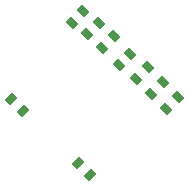
<source format=gbp>
G04 Layer_Color=128*
%FSLAX44Y44*%
%MOMM*%
G71*
G01*
G75*
G04:AMPARAMS|DCode=24|XSize=0.9mm|YSize=0.7mm|CornerRadius=0mm|HoleSize=0mm|Usage=FLASHONLY|Rotation=135.000|XOffset=0mm|YOffset=0mm|HoleType=Round|Shape=Rectangle|*
%AMROTATEDRECTD24*
4,1,4,0.5657,-0.0707,0.0707,-0.5657,-0.5657,0.0707,-0.0707,0.5657,0.5657,-0.0707,0.0*
%
%ADD24ROTATEDRECTD24*%

G04:AMPARAMS|DCode=25|XSize=0.9mm|YSize=0.7mm|CornerRadius=0mm|HoleSize=0mm|Usage=FLASHONLY|Rotation=225.000|XOffset=0mm|YOffset=0mm|HoleType=Round|Shape=Rectangle|*
%AMROTATEDRECTD25*
4,1,4,0.0707,0.5657,0.5657,0.0707,-0.0707,-0.5657,-0.5657,-0.0707,0.0707,0.5657,0.0*
%
%ADD25ROTATEDRECTD25*%

D24*
X1029940Y652971D02*
D03*
X1039839Y662871D02*
D03*
X975878Y703208D02*
D03*
X985777Y713108D02*
D03*
X988578Y691778D02*
D03*
X998477Y701677D02*
D03*
X1002290Y677170D02*
D03*
X1012190Y687070D02*
D03*
X1042512Y640399D02*
D03*
X1052412Y650298D02*
D03*
X962588Y713139D02*
D03*
X972487Y723039D02*
D03*
X1017400Y665610D02*
D03*
X1027300Y675510D02*
D03*
D25*
X967870Y594230D02*
D03*
X977770Y584330D02*
D03*
X921300Y638603D02*
D03*
X911400Y648503D02*
D03*
M02*

</source>
